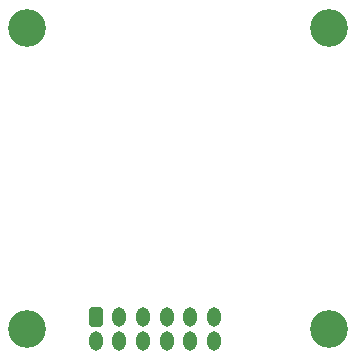
<source format=gbr>
%TF.GenerationSoftware,KiCad,Pcbnew,8.0.8*%
%TF.CreationDate,2025-05-27T15:32:41+02:00*%
%TF.ProjectId,gFocus,67466f63-7573-42e6-9b69-6361645f7063,rev?*%
%TF.SameCoordinates,Original*%
%TF.FileFunction,Soldermask,Bot*%
%TF.FilePolarity,Negative*%
%FSLAX46Y46*%
G04 Gerber Fmt 4.6, Leading zero omitted, Abs format (unit mm)*
G04 Created by KiCad (PCBNEW 8.0.8) date 2025-05-27 15:32:41*
%MOMM*%
%LPD*%
G01*
G04 APERTURE LIST*
G04 Aperture macros list*
%AMRoundRect*
0 Rectangle with rounded corners*
0 $1 Rounding radius*
0 $2 $3 $4 $5 $6 $7 $8 $9 X,Y pos of 4 corners*
0 Add a 4 corners polygon primitive as box body*
4,1,4,$2,$3,$4,$5,$6,$7,$8,$9,$2,$3,0*
0 Add four circle primitives for the rounded corners*
1,1,$1+$1,$2,$3*
1,1,$1+$1,$4,$5*
1,1,$1+$1,$6,$7*
1,1,$1+$1,$8,$9*
0 Add four rect primitives between the rounded corners*
20,1,$1+$1,$2,$3,$4,$5,0*
20,1,$1+$1,$4,$5,$6,$7,0*
20,1,$1+$1,$6,$7,$8,$9,0*
20,1,$1+$1,$8,$9,$2,$3,0*%
G04 Aperture macros list end*
%ADD10C,3.200000*%
%ADD11RoundRect,0.250000X-0.350000X-0.575000X0.350000X-0.575000X0.350000X0.575000X-0.350000X0.575000X0*%
%ADD12O,1.200000X1.650000*%
G04 APERTURE END LIST*
D10*
%TO.C,H2*%
X158650000Y-110400000D03*
%TD*%
%TO.C,H1*%
X133150000Y-110400000D03*
%TD*%
%TO.C,H3*%
X158650000Y-84900000D03*
%TD*%
%TO.C,H4*%
X133150000Y-84900000D03*
%TD*%
D11*
%TO.C,J3*%
X138945000Y-109400000D03*
D12*
X138945000Y-111400000D03*
X140945000Y-109400000D03*
X140945000Y-111400000D03*
X142945000Y-109400000D03*
X142945000Y-111400000D03*
X144945000Y-109400000D03*
X144945000Y-111400000D03*
X146945000Y-109400000D03*
X146945000Y-111400000D03*
X148945000Y-109400000D03*
X148945000Y-111400000D03*
%TD*%
M02*

</source>
